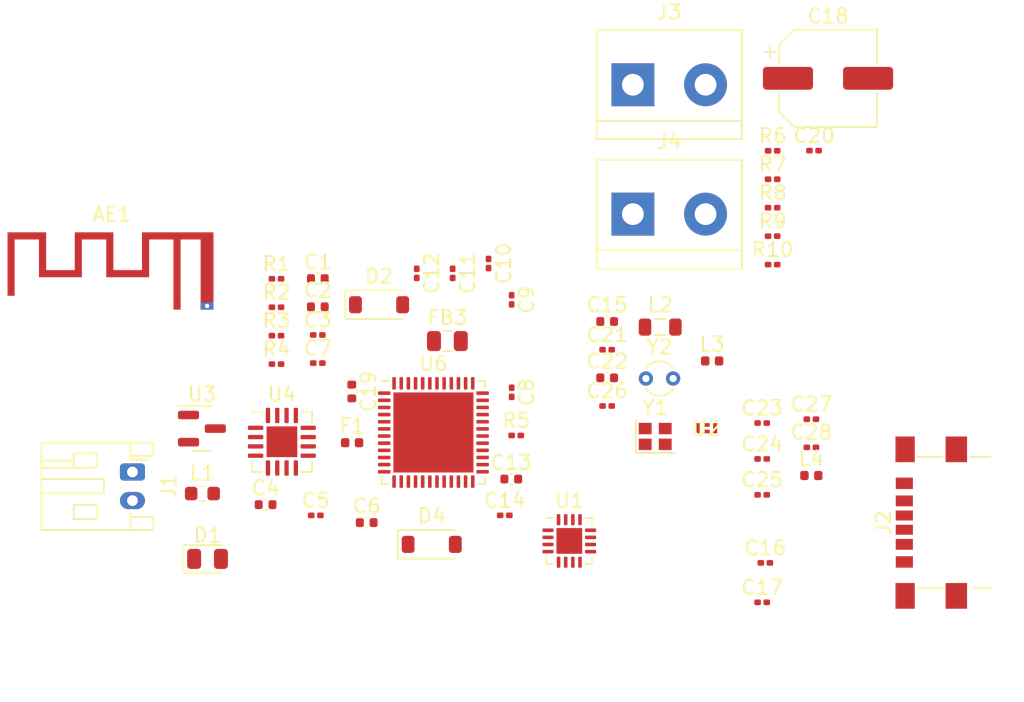
<source format=kicad_pcb>
(kicad_pcb (version 20221018) (generator pcbnew)
  (layers (0 "F.Cu" signal) (31 "B.Cu" signal) (34 "B.Paste" user) (35 "F.Paste" user) (36 "B.SilkS" user "B.Silkscreen") (37 "F.SilkS" user "F.Silkscreen") (38 "B.Mask" user) (39 "F.Mask" user) (44 "Edge.Cuts" user))
  (net 0 "")
  (net 1 "Net-(U3-VI)")
  (net 2 "Net-(D1-A)")
  (net 3 "VCC")
  (net 4 "-BATT")
  (net 5 "Net-(U4-TIMER)")
  (net 6 "VDDRF")
  (net 7 "Net-(D1-K)")
  (net 8 "Net-(J2-CC1)")
  (net 9 "VBUS")
  (net 10 "Net-(J2-CC2)")
  (net 12 "Net-(U4-CLPROG)")
  (net 13 "Net-(U4-PROG)")
  (net 17 "VDDA")
  (net 18 "VFBSMPS")
  (net 33 "Net-(D2-K)")
  (net 34 "VLXSMPS")
  (net 40 "+BATT")
  (net 53 "Net-(D4-A)")
  (net 54 "Net-(L2-Pad2)")
  (net 55 "Net-(U6-OSC_OUT)")
  (net 56 "Net-(C16-Pad1)")
  (net 57 "NRST")
  (net 58 "Net-(F1-Pad2)")
  (net 60 "Net-(J3-Pin_1)")
  (net 61 "Net-(U1-SENSEA)")
  (net 62 "Net-(J3-Pin_2)")
  (net 63 "Net-(J4-Pin_2)")
  (net 64 "Net-(U1-SENSEB)")
  (net 65 "Net-(J4-Pin_1)")
  (net 66 "Net-(U1-REF)")
  (net 67 "Net-(U1-TOFF)")
  (net 72 "Net-(U2-IN)")
  (net 73 "Net-(AE1-PCB_Trace)")
  (net 74 "Net-(U6-PC14)")
  (net 75 "Net-(U6-PC15)")
  (net 76 "RF1")
  (net 77 "Net-(U6-OSC_IN)")
  (footprint "Capacitor_SMD:C_0201_0603Metric" (layer "F.Cu") (at 169.91 92.096)
    (fp_text reference "C23" (at 0 -1.05) (layer "F.SilkS"))
    (fp_text value "100pF")
    (pad "1" smd roundrect (at -0.32 0) (size 0.46 0.4) (layers "F.Cu" "F.Mask") (net 6 "VDDRF"))
    (pad "2" smd roundrect (at 0.32 0) (size 0.46 0.4) (layers "F.Cu" "F.Mask") (net 4 "-BATT"))
  )
  (footprint "Fuse:Fuse_0402_1005Metric" (layer "F.Cu") (at 141.247 93.472)
    (fp_text reference "F1" (at 0 -1.17) (layer "F.SilkS"))
    (fp_text value "500mA")
    (pad "1" smd roundrect (at -0.485 0) (size 0.59 0.64) (layers "F.Cu" "F.Paste" "F.Mask") (net 33 "Net-(D2-K)"))
    (pad "2" smd roundrect (at 0.485 0) (size 0.59 0.64) (layers "F.Cu" "F.Paste" "F.Mask") (net 58 "Net-(F1-Pad2)"))
  )
  (footprint "Capacitor_SMD:C_0201_0603Metric" (layer "F.Cu") (at 169.91 104.636)
    (fp_text reference "C17" (at 0 -1.05) (layer "F.SilkS"))
    (fp_text value "2.2uF")
    (pad "1" smd roundrect (at -0.32 0) (size 0.46 0.4) (layers "F.Cu" "F.Mask") (net 6 "VDDRF"))
    (pad "2" smd roundrect (at 0.32 0) (size 0.46 0.4) (layers "F.Cu" "F.Mask") (net 4 "-BATT"))
  )
  (footprint "Capacitor_SMD:C_0201_0603Metric" (layer "F.Cu") (at 159.0737 86.9617)
    (fp_text reference "C21" (at 0 -1.05) (layer "F.SilkS"))
    (fp_text value "10nF")
    (pad "1" smd roundrect (at -0.32 0) (size 0.46 0.4) (layers "F.Cu" "F.Mask") (net 17 "VDDA"))
    (pad "2" smd roundrect (at 0.32 0) (size 0.46 0.4) (layers "F.Cu" "F.Mask") (net 4 "-BATT"))
  )
  (footprint "LED_SMD:LED_0805_2012Metric" (layer "F.Cu") (at 131.1425 101.6)
    (fp_text reference "D1" (at 0 -1.65) (layer "F.SilkS"))
    (fp_text value "572nm")
    (fp_line (start -1.685 -0.96) (end -1.685 0.96) (stroke (width 0.12)) (layer "F.SilkS"))
    (fp_line (start -1.685 0.96) (end 1 0.96) (stroke (width 0.12)) (layer "F.SilkS"))
    (fp_line (start 1 -0.96) (end -1.685 -0.96) (stroke (width 0.12)) (layer "F.SilkS"))
    (pad "1" smd roundrect (at -0.9375 0) (size 0.975 1.4) (layers "F.Cu" "F.Paste" "F.Mask") (net 7 "Net-(D1-K)"))
    (pad "2" smd roundrect (at 0.9375 0) (size 0.975 1.4) (layers "F.Cu" "F.Paste" "F.Mask") (net 2 "Net-(D1-A)"))
  )
  (footprint "Resistor_SMD:R_0201_0603Metric" (layer "F.Cu") (at 170.6437 73.0517)
    (fp_text reference "R6" (at 0 -1.05) (layer "F.SilkS"))
    (fp_text value "47k")
    (pad "1" smd roundrect (at -0.32 0) (size 0.46 0.4) (layers "F.Cu" "F.Mask") (net 67 "Net-(U1-TOFF)"))
    (pad "2" smd roundrect (at 0.32 0) (size 0.46 0.4) (layers "F.Cu" "F.Mask") (net 4 "-BATT"))
  )
  (footprint "Diode_SMD:D_SOD-123" (layer "F.Cu") (at 146.812 100.584)
    (fp_text reference "D4" (at 0 -2) (layer "F.SilkS"))
    (fp_text value "40V @ 300mA")
    (fp_line (start -2.36 -1) (end -2.36 1) (stroke (width 0.12)) (layer "F.SilkS"))
    (fp_line (start -2.36 -1) (end 1.65 -1) (stroke (width 0.12)) (layer "F.SilkS"))
    (fp_line (start -2.36 1) (end 1.65 1) (stroke (width 0.12)) (layer "F.SilkS"))
    (pad "1" smd roundrect (at -1.65 0) (size 0.9 1.2) (layers "F.Cu" "F.Paste" "F.Mask") (net 57 "NRST"))
    (pad "2" smd roundrect (at 1.65 0) (size 0.9 1.2) (layers "F.Cu" "F.Paste" "F.Mask") (net 53 "Net-(D4-A)"))
  )
  (footprint "Inductor_SMD:L_0805_2012Metric" (layer "F.Cu") (at 162.7837 85.3817)
    (fp_text reference "L2" (at 0 -1.55) (layer "F.SilkS"))
    (fp_text value "10uH")
    (fp_line (start -0.399622 -0.56) (end 0.399622 -0.56) (stroke (width 0.12)) (layer "F.SilkS"))
    (fp_line (start -0.399622 0.56) (end 0.399622 0.56) (stroke (width 0.12)) (layer "F.SilkS"))
    (pad "1" smd roundrect (at -1.0625 0) (size 0.875 1.2) (layers "F.Cu" "F.Paste" "F.Mask") (net 34 "VLXSMPS"))
    (pad "2" smd roundrect (at 1.0625 0) (size 0.875 1.2) (layers "F.Cu" "F.Paste" "F.Mask") (net 54 "Net-(L2-Pad2)"))
  )
  (footprint "Resistor_SMD:R_0201_0603Metric" (layer "F.Cu") (at 135.9605 83.994)
    (fp_text reference "R2" (at 0 -1.05) (layer "F.SilkS"))
    (fp_text value "5.1k")
    (pad "1" smd roundrect (at -0.32 0) (size 0.46 0.4) (layers "F.Cu" "F.Mask") (net 8 "Net-(J2-CC1)"))
    (pad "2" smd roundrect (at 0.32 0) (size 0.46 0.4) (layers "F.Cu" "F.Mask") (net 4 "-BATT"))
  )
  (footprint "Resistor_SMD:R_0201_0603Metric" (layer "F.Cu") (at 170.6437 81.0117)
    (fp_text reference "R10" (at 0 -1.05) (layer "F.SilkS"))
    (fp_text value "330m")
    (pad "1" smd roundrect (at -0.32 0) (size 0.46 0.4) (layers "F.Cu" "F.Mask") (net 66 "Net-(U1-REF)"))
    (pad "2" smd roundrect (at 0.32 0) (size 0.46 0.4) (layers "F.Cu" "F.Mask") (net 4 "-BATT"))
  )
  (footprint "Capacitor_SMD:C_0201_0603Metric" (layer "F.Cu") (at 151.92 98.552)
    (fp_text reference "C14" (at 0 -1.05) (layer "F.SilkS"))
    (fp_text value "100nF")
    (pad "1" smd roundrect (at -0.32 0) (size 0.46 0.4) (layers "F.Cu" "F.Mask") (net 4 "-BATT"))
    (pad "2" smd roundrect (at 0.32 0) (size 0.46 0.4) (layers "F.Cu" "F.Mask") (net 53 "Net-(D4-A)"))
  )
  (footprint "Capacitor_SMD:C_0402_1005Metric" (layer "F.Cu") (at 159.0737 88.9317)
    (fp_text reference "C22" (at 0 -1.16) (layer "F.SilkS"))
    (fp_text value "1uF")
    (fp_line (start -0.107836 -0.36) (end 0.107836 -0.36) (stroke (width 0.12)) (layer "F.SilkS"))
    (fp_line (start -0.107836 0.36) (end 0.107836 0.36) (stroke (width 0.12)) (layer "F.SilkS"))
    (pad "1" smd roundrect (at -0.48 0) (size 0.56 0.62) (layers "F.Cu" "F.Paste" "F.Mask") (net 4 "-BATT"))
    (pad "2" smd roundrect (at 0.48 0) (size 0.56 0.62) (layers "F.Cu" "F.Paste" "F.Mask") (net 17 "VDDA"))
  )
  (footprint "Capacitor_SMD:C_0201_0603Metric" (layer "F.Cu") (at 138.8505 85.934)
    (fp_text reference "C3" (at 0 -1.05) (layer "F.SilkS"))
    (fp_text value "100nF")
    (pad "1" smd roundrect (at -0.32 0) (size 0.46 0.4) (layers "F.Cu" "F.Mask") (net 5 "Net-(U4-TIMER)"))
    (pad "2" smd roundrect (at 0.32 0) (size 0.46 0.4) (layers "F.Cu" "F.Mask") (net 4 "-BATT"))
  )
  (footprint "Capacitor_SMD:C_0201_0603Metric" (layer "F.Cu") (at 138.712 98.552)
    (fp_text reference "C5" (at 0 -1.05) (layer "F.SilkS"))
    (fp_text value "100nF")
    (pad "1" smd roundrect (at -0.32 0) (size 0.46 0.4) (layers "F.Cu" "F.Mask") (net 6 "VDDRF"))
    (pad "2" smd roundrect (at 0.32 0) (size 0.46 0.4) (layers "F.Cu" "F.Mask") (net 4 "-BATT"))
  )
  (footprint "TerminalBlock:TerminalBlock_bornier-2_P5.08mm" (layer "F.Cu") (at 160.8737 68.4317)
    (fp_text reference "J3" (at 2.54 -5.08) (layer "F.SilkS"))
    (fp_text value "Brushed DC Northeast")
    (fp_line (start -2.54 -3.81) (end -2.54 3.81) (stroke (width 0.12)) (layer "F.SilkS"))
    (fp_line (start -2.54 3.81) (end 7.62 3.81) (stroke (width 0.12)) (layer "F.SilkS"))
    (fp_line (start 7.62 -3.81) (end -2.54 -3.81) (stroke (width 0.12)) (layer "F.SilkS"))
    (fp_line (start 7.62 2.54) (end -2.54 2.54) (stroke (width 0.12)) (layer "F.SilkS"))
    (fp_line (start 7.62 3.81) (end 7.62 -3.81) (stroke (width 0.12)) (layer "F.SilkS"))
    (pad "1" thru_hole rect (at 0 0) (size 3 3) (drill 1.52) (layers "*.Cu" "*.Mask") (net 60 "Net-(J3-Pin_1)"))
    (pad "2" thru_hole circle (at 5.08 0) (size 3 3) (drill 1.52) (layers "*.Cu" "*.Mask") (net 62 "Net-(J3-Pin_2)"))
  )
  (footprint "RF_Antenna:Texas_SWRA117D_2.4GHz_Left" (layer "F.Cu") (at 129.01 83.905)
    (fp_text reference "AE1" (at -4.55 -6.41) (layer "F.SilkS"))
    (fp_text value "2.4GHz")
    (fp_poly (pts (xy -2.45 -2.51) (xy -4.45 -2.51) (xy -4.45 -5.15) (xy -7.15 -5.15) (xy -7.15 -2.51) (xy -9.15 -2.51) (xy -9.15 -5.15) (xy -11.85 -5.15) (xy -11.85 -0.71) (xy -11.35 -0.71) (xy -11.35 -4.65) (xy -9.65 -4.65) (xy -9.65 -2.01) (xy -6.65 -2.01) (xy -6.65 -4.65) (xy -4.95 -4.65) (xy -4.95 -2.01) (xy -1.95 -2.01) (xy -1.95 -4.65) (xy -0.25 -4.65) (xy -0.25 0.25) (xy 0.25 0.25) (xy 0.25 -4.65) (xy 1.65 -4.65) (xy 1.65 0.25) (xy 2.55 0.25) (xy 2.55 0.006785) (xy 2.247583 0.006785) (xy 2.237742 0.054395) (xy 2.213674 0.096797) (xy 2.175731 0.129581) (xy 2.167819 0.133935) (xy 2.125156 0.146043) (xy 2.076637 0.1453) (xy 2.031122 0.1324) (xy 2.012511 0.121787) (xy 1.978868 0.086553) (xy 1.958309 0.041368) (xy 1.951778 -0.008158) (xy 1.960218 -0.056417) (xy 1.977112 -0.088643) (xy 2.012372 -0.121313) (xy 2.057682 -0.141408) (xy 2.107267 -0.147982) (xy 2.155353 -0.140092) (xy 2.188245 -0.123186) (xy 2.223185 -0.086416) (xy 2.242847 -0.041622) (xy 2.247583 0.006785) (xy 2.55 0.006785) (xy 2.55 -5.15) (xy -2.45 -5.15) (xy -2.45 -2.51)) (fill solid) (layer "F.Cu"))
    (pad "1" connect rect (at 0 0) (size 0.5 0.5) (layers "F.Cu") (net 4 "-BATT"))
    (pad "2" thru_hole rect (at 2.1 0) (size 0.9 0.5) (drill 0.3) (layers "*.Cu") (net 73 "Net-(AE1-PCB_Trace)"))
  )
  (footprint "Capacitor_SMD:CP_Elec_6.3x5.4" (layer "F.Cu") (at 174.5137 67.9817)
    (fp_text reference "C18" (at 0 -4.35) (layer "F.SilkS"))
    (fp_text value "22uF")
    (fp_line (start -4.4375 -1.8475) (end -3.65 -1.8475) (stroke (width 0.12)) (layer "F.SilkS"))
    (fp_line (start -4.04375 -2.24125) (end -4.04375 -1.45375) (stroke (width 0.12)) (layer "F.SilkS"))
    (fp_line (start -3.41 -2.345563) (end -3.41 -1.06) (stroke (width 0.12)) (layer "F.SilkS"))
    (fp_line (start -3.41 -2.345563) (end -2.345563 -3.41) (stroke (width 0.12)) (layer "F.SilkS"))
    (fp_line (start -3.41 2.345563) (end -3.41 1.06) (stroke (width 0.12)) (layer "F.SilkS"))
    (fp_line (start -3.41 2.345563) (end -2.345563 3.41) (stroke (width 0.12)) (layer "F.SilkS"))
    (fp_line (start -2.345563 -3.41) (end 3.41 -3.41) (stroke (width 0.12)) (layer "F.SilkS"))
    (fp_line (start -2.345563 3.41) (end 3.41 3.41) (stroke (width 0.12)) (layer "F.SilkS"))
    (fp_line (start 3.41 -3.41) (end 3.41 -1.06) (stroke (width 0.12)) (layer "F.SilkS"))
    (fp_line (start 3.41 3.41) (end 3.41 1.06) (stroke (width 0.12)) (layer "F.SilkS"))
    (pad "1" smd roundrect (at -2.8 0) (size 3.5 1.6) (layers "F.Cu" "F.Paste" "F.Mask") (roundrect_rratio 0.15625) (net 4 "-BATT"))
    (pad "2" smd roundrect (at 2.8 0) (size 3.5 1.6) (layers "F.Cu" "F.Paste" "F.Mask") (roundrect_rratio 0.15625) (net 6 "VDDRF"))
  )
  (footprint "Package_DFN_QFN:QFN-48-1EP_7x7mm_P0.5mm_EP5.6x5.6mm" (layer "F.Cu") (at 146.9305 92.754)
    (fp_text reference "U6" (at 0 -4.82) (layer "F.SilkS"))
    (fp_text value "STM32WB35C_C-E_UxA")
    (fp_line (start -3.61 3.61) (end -3.61 3.135) (stroke (width 0.12)) (layer "F.SilkS"))
    (fp_line (start -3.135 -3.61) (end -3.61 -3.61) (stroke (width 0.12)) (layer "F.SilkS"))
    (fp_line (start -3.135 3.61) (end -3.61 3.61) (stroke (width 0.12)) (layer "F.SilkS"))
    (fp_line (start 3.135 -3.61) (end 3.61 -3.61) (stroke (width 0.12)) (layer "F.SilkS"))
    (fp_line (start 3.135 3.61) (end 3.61 3.61) (stroke (width 0.12)) (layer "F.SilkS"))
    (fp_line (start 3.61 -3.61) (end 3.61 -3.135) (stroke (width 0.12)) (layer "F.SilkS"))
    (fp_line (start 3.61 3.61) (end 3.61 3.135) (stroke (width 0.12)) (layer "F.SilkS"))
    (pad "1" smd roundrect (at -3.4375 -2.75) (size 0.875 0.25) (layers "F.Cu" "F.Paste" "F.Mask") (net 6 "VDDRF"))
    (pad "2" smd roundrect (at -3.4375 -2.25) (size 0.875 0.25) (layers "F.Cu" "F.Paste" "F.Mask") (net 74 "Net-(U6-PC14)"))
    (pad "3" smd roundrect (at -3.4375 -1.75) (size 0.875 0.25) (layers "F.Cu" "F.Paste" "F.Mask") (net 75 "Net-(U6-PC15)"))
    (pad "4" smd roundrect (at -3.4375 -1.25) (size 0.875 0.25) (layers "F.Cu" "F.Paste" "F.Mask"))
    (pad "5" smd roundrect (at -3.4375 -0.75) (size 0.875 0.25) (layers "F.Cu" "F.Paste" "F.Mask"))
    (pad "6" smd roundrect (at -3.4375 -0.25) (size 0.875 0.25) (layers "F.Cu" "F.Paste" "F.Mask"))
    (pad "7" smd roundrect (at -3.4375 0.25) (size 0.875 0.25) (layers "F.Cu" "F.Paste" "F.Mask") (net 53 "Net-(D4-A)"))
    (pad "8" smd roundrect (at -3.4375 0.75) (size 0.875 0.25) (layers "F.Cu" "F.Paste" "F.Mask") (net 17 "VDDA"))
    (pad "9" smd roundrect (at -3.4375 1.25) (size 0.875 0.25) (layers "F.Cu" "F.Paste" "F.Mask"))
    (pad "10" smd roundrect (at -3.4375 1.75) (size 0.875 0.25) (layers "F.Cu" "F.Paste" "F.Mask"))
    (pad "11" smd roundrect (at -3.4375 2.25) (size 0.875 0.25) (layers "F.Cu" "F.Paste" "F.Mask"))
    (pad "12" smd roundrect (at -3.4375 2.75) (size 0.875 0.25) (layers "F.Cu" "F.Paste" "F.Mask"))
    (pad "13" smd roundrect (at -2.75 3.4375) (size 0.25 0.875) (layers "F.Cu" "F.Paste" "F.Mask"))
    (pad "14" smd roundrect (at -2.25 3.4375) (size 0.25 0.875) (layers "F.Cu" "F.Paste" "F.Mask"))
    (pad "15" smd roundrect (at -1.75 3.4375) (size 0.25 0.875) (layers "F.Cu" "F.Paste" "F.Mask"))
    (pad "16" smd roundrect (at -1.25 3.4375) (size 0.25 0.875) (layers "F.Cu" "F.Paste" "F.Mask"))
    (pad "17" smd roundrect (at -0.75 3.4375) (size 0.25 0.875) (layers "F.Cu" "F.Paste" "F.Mask"))
    (pad "18" smd roundrect (at -0.25 3.4375) (size 0.25 0.875) (layers "F.Cu" "F.Paste" "F.Mask"))
    (pad "19" smd roundrect (at 0.25 3.4375) (size 0.25 0.875) (layers "F.Cu" "F.Paste" "F.Mask"))
    (pad "20" smd roundrect (at 0.75 3.4375) (size 0.25 0.875) (layers "F.Cu" "F.Paste" "F.Mask") (net 6 "VDDRF"))
    (pad "21" smd roundrect (at 1.25 3.4375) (size 0.25 0.875) (layers "F.Cu" "F.Paste" "F.Mask") (net 76 "RF1"))
    (pad "22" smd roundrect (at 1.75 3.4375) (size 0.25 0.875) (layers "F.Cu" "F.Paste" "F.Mask") (net 4 "-BATT"))
    (pad "23" smd roundrect (at 2.25 3.4375) (size 0.25 0.875) (layers "F.Cu" "F.Paste" "F.Mask") (net 6 "VDDRF"))
    (pad "24" smd roundrect (at 2.75 3.4375) (size 0.25 0.875) (layers "F.Cu" "F.Paste" "F.Mask") (net 55 "Net-(U6-OSC_OUT)"))
    (pad "25" smd roundrect (at 3.4375 2.75) (size 0.875 0.25) (layers "F.Cu" "F.Paste" "F.Mask") (net 77 "Net-(U6-OSC_IN)"))
    (pad "26" smd roundrect (at 3.4375 2.25) (size 0.875 0.25) (layers "F.Cu" "F.Paste" "F.Mask"))
    (pad "27" smd roundrect (at 3.4375 1.75) (size 0.875 0.25) (layers "F.Cu" "F.Paste" "F.Mask"))
    (pad "28" smd roundrect (at 3.4375 1.25) (size 0.875 0.25) (layers "F.Cu" "F.Paste" "F.Mask"))
    (pad "29" smd roundrect (at 3.4375 0.75) (size 0.875 0.25) (layers "F.Cu" "F.Paste" "F.Mask"))
    (pad "30" smd roundrect (at 3.4375 0.25) (size 0.875 0.25) (layers "F.Cu" "F.Paste" "F.Mask"))
    (pad "31" smd roundrect (at 3.4375 -0.25) (size 0.875 0.25) (layers "F.Cu" "F.Paste" "F.Mask") (net 18 "VFBSMPS"))
    (pad "32" smd roundrect (at 3.4375 -0.75) (size 0.875 0.25) (layers "F.Cu" "F.Paste" "F.Mask") (net 4 "-BATT"))
    (pad "33" smd roundrect (at 3.4375 -1.25) (size 0.875 0.25) (layers "F.Cu" "F.Paste" "F.Mask") (net 34 "VLXSMPS"))
    (pad "34" smd roundrect (at 3.4375 -1.75) (size 0.875 0.25) (layers "F.Cu" "F.Paste" "F.Mask") (net 6 "VDDRF"))
    (pad "35" smd roundrect (at 3.4375 -2.25) (size 0.875 0.25) (layers "F.Cu" "F.Paste" "F.Mask") (net 6 "VDDRF"))
    (pad "36" smd roundrect (at 3.4375 -2.75) (size 0.875 0.25) (layers "F.Cu" "F.Paste" "F.Mask"))
    (pad "37" smd roundrect (at 2.75 -3.4375) (size 0.25 0.875) (layers "F.Cu" "F.Paste" "F.Mask"))
    (pad "38" smd roundrect (at 2.25 -3.4375) (size 0.25 0.875) (layers "F.Cu" "F.Paste" "F.Mask"))
    (pad "39" smd roundrect (at 1.75 -3.4375) (size 0.25 0.875) (layers "F.Cu" "F.Paste" "F.Mask"))
    (pad "40" smd roundrect (at 1.25 -3.4375) (size 0.25 0.875) (layers "F.Cu" "F.Paste" "F.Mask") (net 6 "VDDRF"))
    (pad "41" smd roundrect (at 0.75 -3.4375) (size 0.25 0.875) (layers "F.Cu" "F.Paste" "F.Mask"))
    (pad "42" smd roundrect (at 0.25 -3.4375) (size 0.25 0.875) (layers "F.Cu" "F.Paste" "F.Mask"))
    (pad "43" smd roundrect (at -0.25 -3.4375) (size 0.25 0.875) (layers "F.Cu" "F.Paste" "F.Mask"))
    (pad "44" smd roundrect (at -0.75 -3.4375) (size 0.25 0.875) (layers "F.Cu" "F.Paste" "F.Mask"))
    (pad "45" smd roundrect (at -1.25 -3.4375) (size 0.25 0.875) (layers "F.Cu" "F.Paste" "F.Mask"))
    (pad "46" smd roundrect (at -1.75 -3.4375) (size 0.25 0.875) (layers "F.Cu" "F.Paste" "F.Mask"))
    (pad "47" smd roundrect (at -2.25 -3.4375) (size 0.25 0.875) (layers "F.Cu" "F.Paste" "F.Mask"))
    (pad "48" smd roundrect (at -2.75 -3.4375) (size 0.25 0.875) (layers "F.Cu" "F.Paste" "F.Mask") (net 6 "VDDRF"))
    (pad "49" smd rect (at 0 0) (size 5.6 5.6) (layers "F.Cu" "F.Mask") (net 4 "-BATT"))
  )
  (footprint "Capacitor_SMD:C_0402_1005Metric" (layer "F.Cu") (at 138.8505 83.964)
    (fp_text reference "C2" (at 0 -1.16) (layer "F.SilkS"))
    (fp_text value "4.7uF")
    (fp_line (start -0.107836 -0.36) (end 0.107836 -0.36) (stroke (width 0.12)) (layer "F.SilkS"))
    (fp_line (start -0.107836 0.36) (end 0.107836 0.36) (stroke (width 0.12)) (layer "F.SilkS"))
    (pad "1" smd roundrect (at -0.48 0) (size 0.56 0.62) (layers "F.Cu" "F.Paste" "F.Mask") (net 6 "VDDRF"))
    (pad "2" smd roundrect (at 0.48 0) (size 0.56 0.62) (layers "F.Cu" "F.Paste" "F.Mask") (net 4 "-BATT"))
  )
  (footprint "Inductor_SMD:L_0603_1608Metric" (layer "F.Cu") (at 130.7845 97.028)
    (fp_text reference "L1" (at 0 -1.43) (layer "F.SilkS"))
    (fp_text value "39nH")
    (fp_line (start -0.162779 -0.51) (end 0.162779 -0.51) (stroke (width 0.12)) (layer "F.SilkS"))
    (fp_line (start -0.162779 0.51) (end 0.162779 0.51) (stroke (width 0.12)) (layer "F.SilkS"))
    (pad "1" smd roundrect (at -0.7875 0) (size 0.875 0.95) (layers "F.Cu" "F.Paste" "F.Mask") (net 6 "VDDRF"))
    (pad "2" smd roundrect (at 0.7875 0) (size 0.875 0.95) (layers "F.Cu" "F.Paste" "F.Mask") (net 17 "VDDA"))
  )
  (footprint "Capacitor_SMD:C_0201_0603Metric" (layer "F.Cu") (at 145.766 81.625 -90)
    (fp_text reference "C12" (at 0 -1.05 -90) (layer "F.SilkS"))
    (fp_text value "100nF")
    (pad "1" smd roundrect (at -0.32 0 270) (size 0.46 0.4) (layers "F.Cu" "F.Mask") (net 6 "VDDRF"))
    (pad "2" smd roundrect (at 0.32 0 270) (size 0.46 0.4) (layers "F.Cu" "F.Mask") (net 4 "-BATT"))
  )
  (footprint "ultra:DLF-4_1P6X0P8" (layer "F.Cu") (at 166.0144 92.456)
    (fp_text reference "U2" (at 0 0 unlocked) (layer "F.SilkS"))
    (fp_text value "DLF162500LT-5028A1")
    (pad "1" smd rect (at -0.6096 0) (size 0.2794 0.7112) (layers "F.Cu" "F.Paste" "F.Mask") (net 72 "Net-(U2-IN)"))
    (pad "2" smd rect (at 0 -0.2286 90) (size 0.254 0.4572) (layers "F.Cu" "F.Paste" "F.Mask") (net 4 "-BATT"))
    (pad "3" smd rect (at 0.6096 0) (size 0.2794 0.7112) (layers "F.Cu" "F.Paste" "F.Mask") (net 73 "Net-(AE1-PCB_Trace)"))
    (pad "4" smd rect (at 0 0.2286 90) (size 0.254 0.4572) (layers "F.Cu" "F.Paste" "F.Mask") (net 4 "-BATT"))
  )
  (footprint "Capacitor_SMD:C_0201_0603Metric" (layer "F.Cu") (at 152.4 89.944 -90)
    (fp_text reference "C8" (at 0 -1.05 -90) (layer "F.SilkS"))
    (fp_text value "100nF")
    (pad "1" smd roundrect (at -0.32 0 270) (size 0.46 0.4) (layers "F.Cu" "F.Mask") (net 6 "VDDRF"))
    (pad "2" smd roundrect (at 0.32 0 270) (size 0.46 0.4) (layers "F.Cu" "F.Mask") (net 4 "-BATT"))
  )
  (footprint "Capacitor_SMD:C_0201_0603Metric" (layer "F.Cu") (at 138.8505 87.904)
    (fp_text reference "C7" (at 0 -1.05) (layer "F.SilkS"))
    (fp_text value "10nF")
    (pad "1" smd roundrect (at -0.32 0) (size 0.46 0.4) (layers "F.Cu" "F.Mask") (net 17 "VDDA"))
    (pad "2" smd roundrect (at 0.32 0) (size 0.46 0.4) (layers "F.Cu" "F.Mask") (net 4 "-BATT"))
  )
  (footprint "Connector_USB:USB_C_Receptacle_GCT_USB4135-GF-A_6P_TopMnt_Horizontal" (layer "F.Cu") (at 182.88 99.06 90)
    (fp_text reference "J2" (at 0 -4.5 90 unlocked) (layer "F.SilkS"))
    (fp_text value "USB_C_Receptacle_PowerOnly_6P")
    (fp_line (start -4.6 -2.1025) (end -4.6 -0.3475) (stroke (width 0.12)) (layer "F.SilkS"))
    (fp_line (start -4.6 1.6) (end -4.6 3) (stroke (width 0.12)) (layer "F.SilkS"))
    (fp_line (start 4.6 -2.1025) (end 4.6 -0.3475) (stroke (width 0.12)) (layer "F.SilkS"))
    (fp_line (start 4.6 1.6) (end 4.6 3) (stroke (width 0.12)) (layer "F.SilkS"))
    (pad "A5" smd rect (at -0.5 -3.0325 90) (size 0.7 1.2) (layers "F.Cu" "F.Paste" "F.Mask") (net 8 "Net-(J2-CC1)"))
    (pad "A9" smd rect (at 1.52 -3.0325 270) (size 0.76 1.2) (layers "F.Cu" "F.Paste" "F.Mask") (net 9 "VBUS"))
    (pad "A12" smd rect (at 2.75 -3.0325 270) (size 0.8 1.2) (layers "F.Cu" "F.Paste" "F.Mask") (net 4 "-BATT"))
    (pad "B5" smd rect (at 0.5 -3.0325 270) (size 0.7 1.2) (layers "F.Cu" "F.Paste" "F.Mask") (net 10 "Net-(J2-CC2)"))
    (pad "B9" smd rect (at -1.52 -3.0325 90) (size 0.76 1.2) (layers "F.Cu" "F.Paste" "F.Mask") (net 9 "VBUS"))
    (pad "B12" smd rect (at -2.75 -3.0325 90) (size 0.8 1.2) (layers "F.Cu" "F.Paste" "F.Mask") (net 4 "-BATT"))
    (pad "S1" smd rect (at -5.125 -2.9775 90) (size 1.8 1.35) (layers "F.Cu" "F.Paste" "F.Mask"))
    (pad "S1" smd rect (at -5.125 0.6025 90) (size 1.8 1.5) (layers "F.Cu" "F.Paste" "F.Mask"))
    (pad "S1" smd rect (at 5.125 -2.9775 90) (size 1.8 1.35) (layers "F.Cu" "F.Paste" "F.Mask"))
    (pad "S1" smd rect (at 5.125 0.6025 90) (size 1.8 1.5) (layers "F.Cu" "F.Paste" "F.Mask"))
  )
  (footprint "Capacitor_SMD:C_0402_1005Metric" (layer "F.Cu") (at 141.224 89.888 -90)
    (fp_text reference "C19" (at 0 -1.16 -90) (layer "F.SilkS"))
    (fp_text value "4.7uF")
    (fp_line (start -0.107836 -0.36) (end 0.107836 -0.36) (stroke (width 0.12)) (layer "F.SilkS"))
    (fp_line (start -0.107836 0.36) (end 0.107836 0.36) (stroke (width 0.12)) (layer "F.SilkS"))
    (pad "1" smd roundrect (at -0.48 0 270) (size 0.56 0.62) (layers "F.Cu" "F.Paste" "F.Mask") (net 6 "VDDRF"))
    (pad "2" smd roundrect (at 0.48 0 270) (size 0.56 0.62) (layers "F.Cu" "F.Paste" "F.Mask") (net 4 "-BATT"))
  )
  (footprint "Capacitor_SMD:C_0201_0603Metric" (layer "F.Cu") (at 173.5337 73.0417)
    (fp_text reference "C20" (at 0 -1.05) (layer "F.SilkS"))
    (fp_text value "10nF")
    (pad "1" smd roundrect (at -0.32 0) (size 0.46 0.4) (layers "F.Cu" "F.Mask") (net 4 "-BATT"))
    (pad "2" smd roundrect (at 0.32 0) (size 0.46 0.4) (layers "F.Cu" "F.Mask") (net 66 "Net-(U1-REF)"))
  )
  (footprint "Resistor_SMD:R_0201_0603Metric" (layer "F.Cu") (at 135.9605 85.984)
    (fp_text reference "R3" (at 0 -1.05) (layer "F.SilkS"))
    (fp_text value "97.6k")
    (pad "1" smd roundrect (at -0.32 0) (size 0.46 0.4) (layers "F.Cu" "F.Mask") (net 4 "-BATT"))
    (pad "2" smd roundrect (at 0.32 0) (size 0.46 0.4) (layers "F.Cu" "F.Mask") (net 12 "Net-(U4-CLPROG)"))
  )
  (footprint "Fuse:Fuse_0805_2012Metric" (layer "F.Cu") (at 147.9065 86.36)
    (fp_text reference "FB3" (at 0 -1.65) (layer "F.SilkS"))
    (fp_text value "120 @ 100 mHz")
    (fp_line (start -0.258578 -0.71) (end 0.258578 -0.71) (stroke (width 0.12)) (layer "F.SilkS"))
    (fp_line (start -0.258578 0.71) (end 0.258578 0.71) (stroke (width 0.12)) (layer "F.SilkS"))
    (pad "1" smd roundrect (at -0.9375 0) (size 0.975 1.4) (layers "F.Cu" "F.Paste" "F.Mask") (net 58 "Net-(F1-Pad2)"))
    (pad "2" smd roundrect (at 0.9375 0) (size 0.975 1.4) (layers "F.Cu" "F.Paste" "F.Mask") (net 1 "Net-(U3-VI)"))
  )
  (footprint "Package_DFN_QFN:VQFN-16-1EP_3x3mm_P0.5mm_EP1.8x1.8mm" (layer "F.Cu") (at 156.4275 100.342)
    (fp_text reference "U1" (at 0 -2.82) (layer "F.SilkS"))
    (fp_text value "STSPIN240")
    (fp_line (start -1.61 1.61) (end -1.61 1.135) (stroke (width 0.12)) (layer "F.SilkS"))
    (fp_line (start -1.135 -1.61) (end -1.61 -1.61) (stroke (width 0.12)) (layer "F.SilkS"))
    (fp_line (start -1.135 1.61) (end -1.61 1.61) (stroke (width 0.12)) (layer "F.SilkS"))
    (fp_line (start 1.135 -1.61) (end 1.61 -1.61) (stroke (width 0.12)) (layer "F.SilkS"))
    (fp_line (start 1.135 1.61) (end 1.61 1.61) (stroke (width 0.12)) (layer "F.SilkS"))
    (fp_line (start 1.61 -1.61) (end 1.61 -1.135) (stroke (width 0.12)) (layer "F.SilkS"))
    (fp_line (start 1.61 1.61) (end 1.61 1.135) (stroke (width 0.12)) (layer "F.SilkS"))
    (pad "1" smd roundrect (at -1.4875 -0.75) (size 0.775 0.25) (layers "F.Cu" "F.Paste" "F.Mask"))
    (pad "2" smd roundrect (at -1.4875 -0.25) (size 0.775 0.25) (layers "F.Cu" "F.Paste" "F.Mask"))
    (pad "3" smd roundrect (at -1.4875 0.25) (size 0.775 0.25) (layers "F.Cu" "F.Paste" "F.Mask") (net 60 "Net-(J3-Pin_1)"))
    (pad "4" smd roundrect (at -1.4875 0.75) (size 0.775 0.25) (layers "F.Cu" "F.Paste" "F.Mask") (net 61 "Net-(U1-SENSEA)"))
    (pad "5" smd roundrect (at -0.75 1.4875) (size 0.25 0.775) (layers "F.Cu" "F.Paste" "F.Mask") (net 62 "Net-(J3-Pin_2)"))
    (pad "6" smd roundrect (at -0.25 1.4875) (size 0.25 0.775) (layers "F.Cu" "F.Paste" "F.Mask") (net 6 "VDDRF"))
    (pad "7" smd roundrect (at 0.25 1.4875) (size 0.25 0.775) (layers "F.Cu" "F.Paste" "F.Mask") (net 4 "-BATT"))
    (pad "8" smd roundrect (at 0.75 1.4875) (size 0.25 0.775) (layers "F.Cu" "F.Paste" "F.Mask") (net 63 "Net-(J4-Pin_2)"))
    (pad "9" smd roundrect (at 1.4875 0.75) (size 0.775 0.25) (layers "F.Cu" "F.Paste" "F.Mask") (net 64 "Net-(U1-SENSEB)"))
    (pad "10" smd roundrect (at 1.4875 0.25) (size 0.775 0.25) (layers "F.Cu" "F.Paste" "F.Mask") (net 65 "Net-(J4-Pin_1)"))
    (pad "11" smd roundrect (at 1.4875 -0.25) (size 0.775 0.25) (layers "F.Cu" "F.Paste" "F.Mask") (net 66 "Net-(U1-REF)"))
    (pad "12" smd roundrect (at 1.4875 -0.75) (size 0.775 0.25) (layers "F.Cu" "F.Paste" "F.Mask") (net 67 "Net-(U1-TOFF)"))
    (pad "13" smd roundrect (at 0.75 -1.4875) (size 0.25 0.775) (layers "F.Cu" "F.Paste" "F.Mask"))
    (pad "14" smd roundrect (at 0.25 -1.4875) (size 0.25 0.775) (layers "F.Cu" "F.Paste" "F.Mask"))
    (pad "15" smd roundrect (at -0.25 -1.4875) (size 0.25 0.775) (layers "F.Cu" "F.Paste" "F.Mask"))
    (pad "16" smd roundrect (at -0.75 -1.4875) (size 0.25 0.775) (layers "F.Cu" "F.Paste" "F.Mask"))
    (pad "17" smd rect (at 0 0) (size 1.8 1.8) (layers "F.Cu" "F.Mask") (net 4 "-BATT"))
  )
  (footprint "Capacitor_SMD:C_0402_1005Metric" (layer "F.Cu") (at 152.372 96.012)
    (fp_text reference "C13" (at 0 -1.16) (layer "F.SilkS"))
    (fp_text value "4.7uF")
    (fp_line (start -0.107836 -0.36) (end 0.107836 -0.36) (stroke (width 0.12)) (layer "F.SilkS"))
    (fp_line (start -0.107836 0.36) (end 0.107836 0.36) (stroke (width 0.12)) (layer "F.SilkS"))
    (pad "1" smd roundrect (at -0.48 0) (size 0.56 0.62) (layers "F.Cu" "F.Paste" "F.Mask") (net 4 "-BATT"))
    (pad "2" smd roundrect (at 0.48 0) (size 0.56 0.62) (layers "F.Cu" "F.Paste" "F.Mask") (net 18 "VFBSMPS"))
  )
  (footprint "Resistor_SMD:R_0201_0603Metric" (layer "F.Cu") (at 152.717 92.964)
    (fp_text reference "R5" (at 0 -1.05) (layer "F.SilkS"))
    (fp_text value "150")
    (pad "1" smd roundrect (at -0.32 0) (size 0.46 0.4) (layers "F.Cu" "F.Mask") (net 2 "Net-(D1-A)"))
    (pad "2" smd roundrect (at 0.32 0) (size 0.46 0.4) (layers "F.Cu" "F.Mask") (net 3 "VCC"))
  )
  (footprint "Crystal:Crystal_SMD_2016-4Pin_2.0x1.6mm" (layer "F.Cu") (at 162.4337 93.0317)
    (fp_text reference "Y1" (at 0 -2) (layer "F.SilkS"))
    (fp_text value "32MHz")
    (fp_line (start -1.35 -1.15) (end -1.35 1.15) (stroke (width 0.12)) (layer "F.SilkS"))
    (fp_line (start -1.35 1.15) (end 1.35 1.15) (stroke (width 0.12)) (layer "F.SilkS"))
    (pad "1" smd rect (at -0.7 0.55) (size 0.9 0.8) (layers "F.Cu" "F.Paste" "F.Mask") (net 55 "Net-(U6-OSC_OUT)"))
    (pad "2" smd rect (at 0.7 0.55) (size 0.9 0.8) (layers "F.Cu" "F.Paste" "F.Mask") (net 77 "Net-(U6-OSC_IN)"))
    (pad "3" smd rect (at 0.7 -0.55) (size 0.9 0.8) (layers "F.Cu" "F.Paste" "F.Mask"))
    (pad "4" smd rect (at -0.7 -0.55) (size 0.9 0.8) (layers "F.Cu" "F.Paste" "F.Mask"))
  )
  (footprint "Connector_JST:JST_PH_S2B-PH-K_1x02_P2.00mm_Horizontal" (layer "F.Cu") (at 125.894 95.52 -90)
    (fp_text reference "J1" (at 1 -2.55 90) (layer "F.SilkS"))
    (fp_text value "JST_PH")
    (fp_line (start -2.06 -1.46) (end -2.06 6.36) (stroke (width 0.12)) (layer "F.SilkS"))
    (fp_line (start -2.06 0.14) (end -1.14 0.14) (stroke (width 0.12)) (layer "F.SilkS"))
    (fp_line (start -2.06 6.36) (end 4.06 6.36) (stroke (width 0.12)) (layer "F.SilkS"))
    (fp_line (start -1.3 2.5) (end -1.3 4.1) (stroke (width 0.12)) (layer "F.SilkS"))
    (fp_line (start -1.3 4.1) (end -0.3 4.1) (stroke (width 0.12)) (layer "F.SilkS"))
    (fp_line (start -1.14 -1.46) (end -2.06 -1.46) (stroke (width 0.12)) (layer "F.SilkS"))
    (fp_line (start -1.14 0.14) (end -1.14 -1.46) (stroke (width 0.12)) (layer "F.SilkS"))
    (fp_line (start -0.86 0.14) (end -1.14 0.14) (stroke (width 0.12)) (layer "F.SilkS"))
    (fp_line (start -0.86 0.14) (end -0.86 -1.075) (stroke (width 0.12)) (layer "F.SilkS"))
    (fp_line (start -0.8 4.1) (end -0.8 6.36) (stroke (width 0.12)) (layer "F.SilkS"))
    (fp_line (start -0.3 2.5) (end -1.3 2.5) (stroke (width 0.12)) (layer "F.SilkS"))
    (fp_line (start -0.3 4.1) (end -0.3 2.5) (stroke (width 0.12)) (layer "F.SilkS"))
    (fp_line (start -0.3 4.1) (end -0.3 6.36) (stroke (width 0.12)) (layer "F.SilkS"))
    (fp_line (start 0.5 2) (end 1.5 2) (stroke (width 0.12)) (layer "F.SilkS"))
    (fp_line (start 0.5 6.36) (end 0.5 2) (stroke (width 0.12)) (layer "F.SilkS"))
    (fp_line (start 1.5 2) (end 1.5 6.36) (stroke (width 0.12)) (layer "F.SilkS"))
    (fp_line (start 2.3 2.5) (end 3.3 2.5) (stroke (width 0.12)) (layer "F.SilkS"))
    (fp_line (start 2.3 4.1) (end 2.3 2.5) (stroke (width 0.12)) (layer "F.SilkS"))
    (fp_line (start 3.14 -1.46) (end 3.14 0.14) (stroke (width 0.12)) (layer "F.SilkS"))
    (fp_line (start 3.14 0.14) (end 2.86 0.14) (stroke (width 0.12)) (layer "F.SilkS"))
    (fp_line (start 3.3 2.5) (end 3.3 4.1) (stroke (width 0.12)) (layer "F.SilkS"))
    (fp_line (start 3.3 4.1) (end 2.3 4.1) (stroke (width 0.12)) (layer "F.SilkS"))
    (fp_line (start 4.06 -1.46) (end 3.14 -1.46) (stroke (width 0.12)) (layer "F.SilkS"))
    (fp_line (start 4.06 0.14) (end 3.14 0.14) (stroke (width 0.12)) (layer "F.SilkS"))
    (fp_line (start 4.06 6.36) (end 4.06 -1.46) (stroke (width 0.12)) (layer "F.SilkS"))
    (pad "1" thru_hole roundrect (at 0 0 270) (size 1.2 1.75) (drill 0.75) (layers "*.Cu" "*.Mask") (roundrect_rratio 0.208333) (net 40 "+BATT"))
    (pad "2" thru_hole oval (at 2 0 270) (size 1.2 1.75) (drill 0.75) (layers "*.Cu" "*.Mask") (net 4 "-BATT"))
  )
  (footprint "Resistor_SMD:R_0201_0603Metric" (layer "F.Cu") (at 135.9605 87.974)
    (fp_text reference "R4" (at 0 -1.05) (layer "F.SilkS"))
    (fp_text value "97.6k")
    (pad "1" smd roundrect (at -0.32 0) (size 0.46 0.4) (layers "F.Cu" "F.Mask") (net 13 "Net-(U4-PROG)"))
    (pad "2" smd roundrect (at 0.32 0) (size 0.46 0.4) (layers "F.Cu" "F.Mask") (net 4 "-BATT"))
  )
  (footprint "Capacitor_SMD:C_0402_1005Metric" (layer "F.Cu") (at 138.8505 81.994)
    (fp_text reference "C1" (at 0 -1.16) (layer "F.SilkS"))
    (fp_text value "4.7uF")
    (fp_line (start -0.107836 -0.36) (end 0.107836 -0.36) (stroke (width 0.12)) (layer "F.SilkS"))
    (fp_line (start -0.107836 0.36) (end 0.107836 0.36) (stroke (width 0.12)) (layer "F.SilkS"))
    (pad "1" smd roundrect (at -0.48 0) (size 0.56 0.62) (layers "F.Cu" "F.Paste" "F.Mask") (net 1 "Net-(U3-VI)"))
    (pad "2" smd roundrect (at 0.48 0) (size 0.56 0.62) (layers "F.Cu" "F.Paste" "F.Mask") (net 4 "-BATT"))
  )
  (footprint "Inductor_SMD:L_0402_1005Metric" (layer "F.Cu") (at 173.35 95.766)
    (fp_text reference "L4" (at 0 -1.17) (layer "F.SilkS"))
    (fp_text value "2.7nH")
    (pad "1" smd roundrect (at -0.485 0) (size 0.59 0.64) (layers "F.Cu" "F.Paste" "F.Mask") (net 76 "RF1"))
    (pad "2" smd roundrect (at 0.485 0) (size 0.59 0.64) (layers "F.Cu" "F.Paste" "F.Mask") (net 72 "Net-(U2-IN)"))
  )
  (footprint "Capacitor_SMD:C_0201_0603Metric" (layer "F.Cu") (at 150.786 80.935 -90)
    (fp_text reference "C10" (at 0 -1.05 -90) (layer "F.SilkS"))
    (fp_text value "100nF")
    (pad "1" smd roundrect (at -0.32 0 270) (size 0.46 0.4) (layers "F.Cu" "F.Mask") (net 6 "VDDRF"))
    (pad "2" smd roundrect (at 0.32 0 270) (size 0.46 0.4) (layers "F.Cu" "F.Mask") (net 4 "-BATT"))
  )
  (footprint "Package_DFN_QFN:QFN-16-1EP_4x4mm_P0.65mm_EP2.15x2.15mm" (layer "F.Cu") (at 136.3405 93.404)
    (fp_text reference "U4" (at 0 -3.32) (layer "F.SilkS"))
    (fp_text value "LTC4055")
    (fp_line (start -2.11 2.11) (end -2.11 1.385) (stroke (width 0.12)) (layer "F.SilkS"))
    (fp_line (start -1.385 -2.11) (end -2.11 -2.11) (stroke (width 0.12)) (layer "F.SilkS"))
    (fp_line (start -1.385 2.11) (end -2.11 2.11) (stroke (width 0.12)) (layer "F.SilkS"))
    (fp_line (start 1.385 -2.11) (end 2.11 -2.11) (stroke (width 0.12)) (layer "F.SilkS"))
    (fp_line (start 1.385 2.11) (end 2.11 2.11) (stroke (width 0.12)) (layer "F.SilkS"))
    (fp_line (start 2.11 -2.11) (end 2.11 -1.385) (stroke (width 0.12)) (layer "F.SilkS"))
    (fp_line (start 2.11 2.11) (end 2.11 1.385) (stroke (width 0.12)) (layer "F.SilkS"))
    (pad "1" smd roundrect (at -1.8375 -0.975) (size 1.075 0.3) (layers "F.Cu" "F.Paste" "F.Mask") (net 9 "VBUS"))
    (pad "2" smd roundrect (at -1.8375 -0.325) (size 1.075 0.3) (layers "F.Cu" "F.Paste" "F.Mask") (net 40 "+BATT"))
    (pad "3" smd roundrect (at -1.8375 0.325) (size 1.075 0.3) (layers "F.Cu" "F.Paste" "F.Mask") (net 3 "VCC"))
    (pad "4" smd roundrect (at -1.8375 0.975) (size 1.075 0.3) (layers "F.Cu" "F.Paste" "F.Mask") (net 9 "VBUS"))
    (pad "5" smd roundrect (at -0.975 1.8375) (size 0.3 1.075) (layers "F.Cu" "F.Paste" "F.Mask") (net 4 "-BATT"))
    (pad "6" smd roundrect (at -0.325 1.8375) (size 0.3 1.075) (layers "F.Cu" "F.Paste" "F.Mask") (net 4 "-BATT"))
    (pad "7" smd roundrect (at 0.325 1.8375) (size 0.3 1.075) (layers "F.Cu" "F.Paste" "F.Mask"))
    (pad "8" smd roundrect (at 0.975 1.8375) (size 0.3 1.075) (layers "F.Cu" "F.Paste" "F.Mask") (net 3 "VCC"))
    (pad "9" smd roundrect (at 1.8375 0.975) (size 1.075 0.3) (layers "F.Cu" "F.Paste" "F.Mask") (net 12 "Net-(U4-CLPROG)"))
    (pad "10" smd roundrect (at 1.8375 0.325) (size 1.075 0.3) (layers "F.Cu" "F.Paste" "F.Mask") (net 4 "-BATT"))
    (pad "11" smd roundrect (at 1.8375 -0.325) (size 1.075 0.3) (layers "F.Cu" "F.Paste" "F.Mask") (net 13 "Net-(U4-PROG)"))
    (pad "12" smd roundrect (at 1.8375 -0.975) (size 1.075 0.3) (layers "F.Cu" "F.Paste" "F.Mask") (net 5 "Net-(U4-TIMER)"))
    (pad "13" smd roundrect (at 0.975 -1.8375) (size 0.3 1.075) (layers "F.Cu" "F.Paste" "F.Mask"))
    (pad "14" smd roundrect (at 0.325 -1.8375) (size 0.3 1.075) (layers "F.Cu" "F.Paste" "F.Mask") (net 7 "Net-(D1-K)"))
    (pad "15" smd roundrect (at -0.325 -1.8375) (size 0.3 1.075) (layers "F.Cu" "F.Paste" "F.Mask"))
    (pad "16" smd roundrect (at -0.975 -1.8375) (size 0.3 1.075) (layers "F.Cu" "F.Paste" "F.Mask") (net 4 "-BATT"))
    (pad "17" smd rect (at 0 0) (size 2.15 2.15) (layers "F.Cu" "F.Mask") (net 4 "-BATT"))
  )
  (footprint "Capacitor_SMD:C_0201_0603Metric" (layer "F.Cu") (at 159.0737 90.9017)
    (fp_text reference "C26" (at 0 -1.05) (layer "F.SilkS"))
    (fp_text value "100nF")
    (pad "1" smd roundrect (at -0.32 0) (size 0.46 0.4) (layers "F.Cu" "F.Mask") (net 6 "VDDRF"))
    (pad "2" smd roundrect (at 0.32 0) (size 0.46 0.4) (layers "F.Cu" "F.Mask") (net 4 "-BATT"))
  )
  (footprint "Capacitor_SMD:C_0201_0603Metric" (layer "F.Cu") (at 148.276 81.625 -90)
    (fp_text reference "C11" (at 0 -1.05 -90) (layer "F.SilkS"))
    (fp_text value "100nF")
    (pad "1" smd roundrect (at -0.32 0 270) (size 0.46 0.4) (layers "F.Cu" "F.Mask") (net 6 "VDDRF"))
    (pad "2" smd roundrect (at 0.32 0 270) (size 0.46 0.4) (layers "F.Cu" "F.Mask") (net 4 "-BATT"))
  )
  (footprint "Capacitor_SMD:C_0201_0603Metric" (layer "F.Cu") (at 152.4 83.475 -90)
    (fp_text reference "C9" (at 0 -1.05 -90) (layer "F.SilkS"))
    (fp_text value "100nF")
    (pad "1" smd roundrect (at -0.32 0 270) (size 0.46 0.4) (layers "F.Cu" "F.Mask") (net 6 "VDDRF"))
    (pad "2" smd roundrect (at 0.32 0 270) (size 0.46 0.4) (layers "F.Cu" "F.Mask") (net 4 "-BATT"))
  )
  (footprint "Capacitor_SMD:C_0402_1005Metric" (layer "F.Cu") (at 142.268 99.06)
    (fp_text reference "C6" (at 0 -1.16) (layer "F.SilkS"))
    (fp_text value "1uF")
    (fp_line (start -0.107836 -0.36) (end 0.107836 -0.36) (stroke (width 0.12)) (layer "F.SilkS"))
    (fp_line (start -0.107836 0.36) (end 0.107836 0.36) (stroke (width 0.12)) (layer "F.SilkS"))
    (pad "1" smd roundrect (at -0.48 0) (size 0.56 0.62) (layers "F.Cu" "F.Paste" "F.Mask") (net 17 "VDDA"))
    (pad "2" smd roundrect (at 0.48 0) (size 0.56 0.62) (layers "F.Cu" "F.Paste" "F.Mask") (net 4 "-BATT"))
  )
  (footprint "Capacitor_SMD:C_0402_1005Metric" (layer "F.Cu") (at 159.0737 84.9917)
    (fp_text reference "C15" (at 0 -1.16) (layer "F.SilkS"))
    (fp_text value "4.7uF")
    (fp_line (start -0.107836 -0.36) (end 0.107836 -0.36) (stroke (width 0.12)) (layer "F.SilkS"))
    (fp_line (start -0.107836 0.36) (end 0.107836 0.36) (stroke (width 0.12)) (layer "F.SilkS"))
    (pad "1" smd roundrect (at -0.48 0) (size 0.56 0.62) (layers "F.Cu" "F.Paste" "F.Mask") (net 6 "VDDRF"))
    (pad "2" smd roundrect (at 0.48 0) (size 0.56 0.62) (layers "F.Cu" "F.Paste" "F.Mask") (net 4 "-BATT"))
  )
  (footprint "Package_TO_SOT_SMD:SOT-23" (layer "F.Cu") (at 130.7505 92.484)
    (fp_text reference "U3" (at 0 -2.4) (layer "F.SilkS"))
    (fp_text value "MCP1754S-3302xCB")
    (fp_line (start 0 -1.56) (end -1.675 -1.56) (stroke (width 0.12)) (layer "F.SilkS"))
    (fp_line (start 0 -1.56) (end 0.65 -1.56) (stroke (width 0.12)) (layer "F.SilkS"))
    (fp_line (start 0 1.56) (end -0.65 1.56) (stroke (width 0.12)) (layer "F.SilkS"))
    (fp_line (start 0 1.56) (end 0.65 1.56) (stroke (width 0.12)) (layer "F.SilkS"))
    (pad "1" smd roundrect (at -0.9375 -0.95) (size 1.475 0.6) (layers "F.Cu" "F.Paste" "F.Mask") (net 4 "-BATT"))
    (pad "2" smd roundrect (at -0.9375 0.95) (size 1.475 0.6) (layers "F.Cu" "F.Paste" "F.Mask") (net 6 "VDDRF"))
    (pad "3" smd roundrect (at 0.9375 0) (size 1.475 0.6) (layers "F.Cu" "F.Paste" "F.Mask") (net 1 "Net-(U3-VI)"))
  )
  (footprint "Capacitor_SMD:C_0402_1005Metric" (layer "F.Cu") (at 135.2005 97.804)
    (fp_text reference "C4" (at 0 -1.16) (layer "F.SilkS"))
    (fp_text value "10uF")
    (fp_line (start -0.107836 -0.36) (end 0.107836 -0.36) (stroke (width 0.12)) (layer "F.SilkS"))
    (fp_line (start -0.107836 0.36) (end 0.107836 0.36) (stroke (width 0.12)) (layer "F.SilkS"))
    (pad "1" smd roundrect (at -0.48 0) (size 0.56 0.62) (layers "F.Cu" "F.Paste" "F.Mask") (net 3 "VCC"))
    (pad "2" smd roundrect (at 0.48 0) (size 0.56 0.62) (layers "F.Cu" "F.Paste" "F.Mask") (net 4 "-BATT"))
  )
  (footprint "Capacitor_SMD:C_0201_0603Metric" (layer "F.Cu") (at 173.35 93.796)
    (fp_text reference "C28" (at 0 -1.05) (layer "F.SilkS"))
    (fp_text value "0.8pF")
    (pad "1" smd roundrect (at -0.32 0) (size 0.46 0.4) (layers "F.Cu" "F.Mask") (net 76 "RF1"))
    (pad "2" smd roundrect (at 0.32 0) (size 0.46 0.4) (layers "F.Cu" "F.Mask") (net 4 "-BATT"))
  )
  (footprint "Inductor_SMD:L_0402_1005Metric" (layer "F.Cu") (at 166.4137 87.7517)
    (fp_text reference "L3" (at 0 -1.17) (layer "F.SilkS"))
    (fp_text value "10nH")
    (pad "1" smd roundrect (at -0.485 0) (size 0.59 0.64) (layers "F.Cu" "F.Paste" "F.Mask") (net 54 "Net-(L2-Pad2)"))
    (pad "2" smd roundrect (at 0.485 0) (size 0.59 0.64) (layers "F.Cu" "F.Paste" "F.Mask") (net 18 "VFBSMPS"))
  )
  (footprint "Diode_SMD:D_SOD-123" (layer "F.Cu") (at 143.13 83.82)
    (fp_text reference "D2" (at 0 -2) (layer "F.SilkS"))
    (fp_text value "40V @ 300mA")
    (fp_line (start -2.36 -1) (end -2.36 1) (stroke (width 0.12)) (layer "F.SilkS"))
    (fp_line (start -2.36 -1) (end 1.65 -1) (stroke (width 0.12)) (layer "F.SilkS"))
    (fp_line (start -2.36 1) (end 1.65 1) (stroke (width 0.12)) (layer "F.SilkS"))
    (pad "1" smd roundrect (at -1.65 0) (size 0.9 1.2) (layers "F.Cu" "F.Paste" "F.Mask") (net 33 "Net-(D2-K)"))
    (pad "2" smd roundrect (at 1.65 0) (size 0.9 1.2) (layers "F.Cu" "F.Paste" "F.Mask") (net 3 "VCC"))
  )
  (footprint "TerminalBlock:TerminalBlock_bornier-2_P5.08mm" (layer "F.Cu") (at 160.8737 77.4817)
    (fp_text reference "J4" (at 2.54 -5.08) (layer "F.SilkS"))
    (fp_text value "Brushed DC Southeast")
    (fp_line (start -2.54 -3.81) (end -2.54 3.81) (stroke (width 0.12)) (layer "F.SilkS"))
    (fp_line (start -2.54 3.81) (end 7.62 3.81) (stroke (width 0.12)) (layer "F.SilkS"))
    (fp_line (start 7.62 -3.81) (end -2.54 -3.81) (stroke (width 0.12)) (layer "F.SilkS"))
    (fp_line (start 7.62 2.54) (end -2.54 2.54) (stroke (width 0.12)) (layer "F.SilkS"))
    (fp_line (start 7.62 3.81) (end 7.62 -3.81) (stroke (width 0.12)) (layer "F.SilkS"))
    (pad "1" thru_hole rect (at 0 0) (size 3 3) (drill 1.52) (layers "*.Cu" "*.Mask") (net 65 "Net-(J4-Pin_1)"))
    (pad "2" thru_hole circle (at 5.08 0) (size 3 3) (drill 1.52) (layers "*.Cu" "*.Mask") (net 63 "Net-(J4-Pin_2)"))
  )
  (footprint "Capacitor_SMD:C_0201_0603Metric" (layer "F.Cu") (at 173.35 91.826)
    (fp_text reference "C27" (at 0 -1.05) (layer "F.SilkS"))
    (fp_text value "0.3pF")
    (pad "1" smd roundrect (at -0.32 0) (size 0.46 0.4) (layers "F.Cu" "F.Mask") (net 72 "Net-(U2-IN)"))
    (pad "2" smd roundrect (at 0.32 0) (size 0.46 0.4) (layers "F.Cu" "F.Mask") (net 4 "-BATT"))
  )
  (footprint "Resistor_SMD:R_0201_0603Metric" (layer "F.Cu") (at 170.6437 79.0217)
    (fp_text reference "R9" (at 0 -1.05) (layer "F.SilkS"))
    (fp_text value "330m")
    (pad "1" smd roundrect (at -0.32 0) (size 0.46 0.4) (layers "F.Cu" "F.Mask") (net 4 "-BATT"))
    (pad "2" smd roundrect (at 0.32 0) (size 0.46 0.4) (layers "F.Cu" "F.Mask") (net 64 "Net-(U1-SENSEB)"))
  )
  (footprint "Capacitor_SMD:C_0201_0603Metric" (layer "F.Cu") (at 170.13 101.876)
    (fp_text reference "C16" (at 0 -1.05) (layer "F.SilkS"))
    (fp_text value "22nF")
    (pad "1" smd roundrect (at -0.32 0) (size 0.46 0.4) (layers "F.Cu" "F.Mask") (net 56 "Net-(C16-Pad1)"))
    (pad "2" smd roundrect (at 0.32 0) (size 0.46 0.4) (layers "F.Cu" "F.Mask") (net 4 "-BATT"))
  )
  (footprint "Resistor_SMD:R_0201_0603Metric" (layer "F.Cu") (at 170.6437 77.0317)
    (fp_text reference "R8" (at 0 -1.05) (layer "F.SilkS"))
    (fp_text value "330m")
    (pad "1" smd roundrect (at -0.32 0) (size 0.46 0.4) (layers "F.Cu" "F.Mask") (net 61 "Net-(U1-SENSEA)"))
    (pad "2" smd roundrect (at 0.32 0) (size 0.46 0.4) (layers "F.Cu" "F.Mask") (net 4 "-BATT"))
  )
  (footprint "Resistor_SMD:R_0201_0603Metric" (layer "F.Cu") (at 170.6437 75.0417)
    (fp_text reference "R7" (at 0 -1.05) (layer "F.SilkS"))
    (fp_text value "1k")
    (pad "1" smd roundrect (at -0.32 0) (size 0.46 0.4) (layers "F.Cu" "F.Mask") (net 67 "Net-(U1-TOFF)"))
    (pad "2" smd roundrect (at 0.32 0) (size 0.46 0.4) (layers "F.Cu" "F.Mask") (net 56 "Net-(C16-Pad1)"))
  )
  (footprint "Capacitor_SMD:C_0201_0603Metric" (layer "F.Cu") (at 169.91 97.116)
    (fp_text reference "C25" (at 0 -1.05) (layer "F.SilkS"))
    (fp_text value "10pF")
    (pad "1" smd roundrect (at -0.32 0) (size 0.46 0.4) (layers "F.Cu" "F.Mask") (net 74 "Net-(U6-PC14)"))
    (pad "2" smd roundrect (at 0.32 0) (size 0.46 0.4) (layers "F.Cu" "F.Mask") (net 4 "-BATT"))
  )
  (footprint "Capacitor_SMD:C_0201_0603Metric" (layer "F.Cu") (at 169.91 94.606)
    (fp_text reference "C24" (at 0 -1.05) (layer "F.SilkS"))
    (fp_text value "10pF")
    (pad "1" smd roundrect (at -0.32 0) (size 0.46 0.4) (layers "F.Cu" "F.Mask") (net 75 "Net-(U6-PC15)"))
    (pad "2" smd roundrect (at 0.32 0) (size 0.46 0.4) (layers "F.Cu" "F.Mask") (net 4 "-BATT"))
  )
  (footprint "Crystal:Crystal_Round_D2.0mm_Vertical" (layer "F.Cu") (at 161.7837 88.9817)
    (fp_text reference "Y2" (at 0.95 -2.2) (layer "F.SilkS"))
    (fp_text value "32kHz")
    (fp_arc (start 0 -0.733144) (mid 0.950178 -1.2) (end 1.900217 -0.732863) (stroke (width 0.12)) (layer "F.SilkS"))
    (fp_arc (start 1.900217 0.732863) (mid 0.950178 1.2) (end 0 0.733144) (stroke (width 0.12)) (layer "F.SilkS"))
    (pad "1" thru_hole circle (at 0 0) (size 1 1) (drill 0.5) (layers "*.Cu" "*.Mask") (net 75 "Net-(U6-PC15)"))
    (pad "2" thru_hole circle (at 1.9 0) (size 1 1) (drill 0.5) (layers "*.Cu" "*.Mask") (net 74 "Net-(U6-PC14)"))
  )
  (footprint "Resistor_SMD:R_0201_0603Metric" (layer "F.Cu") (at 135.9605 82.004)
    (fp_text reference "R1" (at 0 -1.05) (layer "F.SilkS"))
    (fp_text value "5.1k")
    (pad "1" smd roundrect (at -0.32 0) (size 0.46 0.4) (layers "F.Cu" "F.Mask") (net 10 "Net-(J2-CC2)"))
    (pad "2" smd roundrect (at 0.32 0) (size 0.46 0.4) (layers "F.Cu" "F.Mask") (net 4 "-BATT"))
  )
)
</source>
